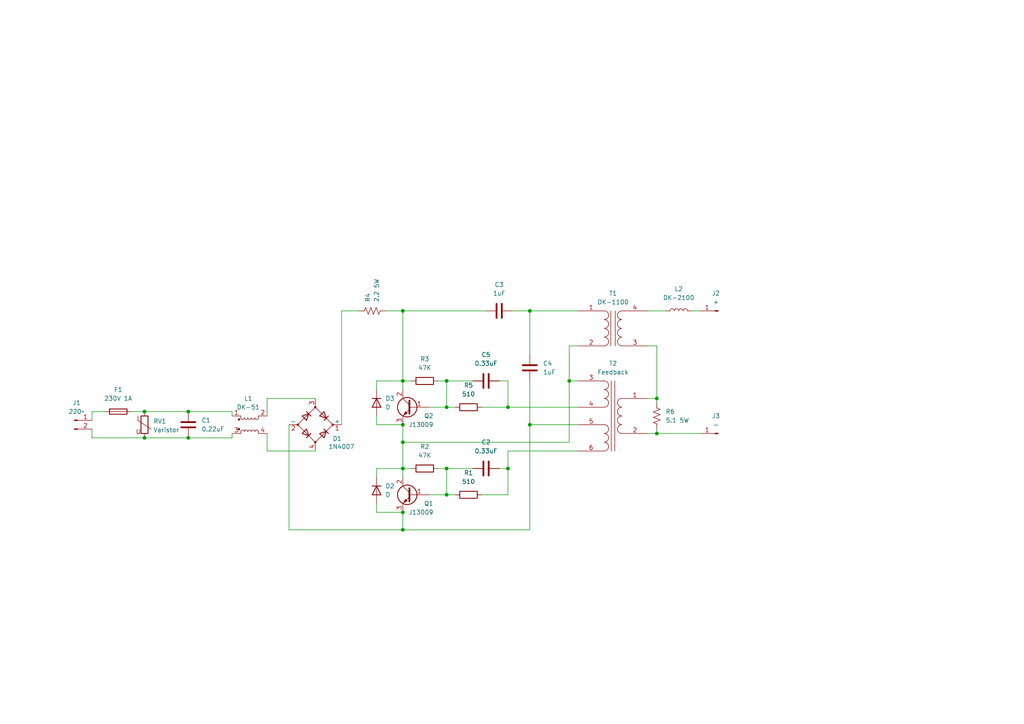
<source format=kicad_sch>
(kicad_sch (version 20211123) (generator eeschema)
  (paper "A4")
  (lib_symbols
    (symbol "Connector:Conn_01x01_Male" (pin_names (offset 1.016) hide)
      (property "Reference" "J" (at 0 2.54 0))
      (property "Value" "Conn_01x01_Male" (at 0 -2.54 0))
      (symbol "Conn_01x01_Male_1_1"
        (polyline (pts (xy 1.27 0) (xy 0.8636 0)) (stroke (width 0.1524)))
        (rectangle (start 0.8636 0.127) (end 0 -0.127) (stroke (width 0.1524)) (fill (type outline)))
        (pin passive line (at 5.08 0 180) (length 3.81) (name "Pin_1") (number "1"))
      )
    )
    (symbol "Connector:Conn_01x02_Male" (pin_names (offset 1.016) hide)
      (property "Reference" "J" (at 0 2.54 0))
      (property "Value" "Conn_01x02_Male" (at 0 -5.08 0))
      (symbol "Conn_01x02_Male_1_1"
        (polyline (pts (xy 1.27 -2.54) (xy 0.8636 -2.54)) (stroke (width 0.1524)))
        (polyline (pts (xy 1.27 0) (xy 0.8636 0)) (stroke (width 0.1524)))
        (rectangle (start 0.8636 -2.413) (end 0 -2.667) (stroke (width 0.1524)) (fill (type outline)))
        (rectangle (start 0.8636 0.127) (end 0 -0.127) (stroke (width 0.1524)) (fill (type outline)))
        (pin passive line (at 5.08 0 180) (length 3.81) (name "Pin_1") (number "1"))
        (pin passive line (at 5.08 -2.54 180) (length 3.81) (name "Pin_2") (number "2"))
      )
    )
    (symbol "Device:C" (pin_numbers hide) (pin_names (offset 0.254))
      (property "Reference" "C" (at 0.635 2.54 0))
      (property "Value" "C" (at 0.635 -2.54 0))
      (symbol "C_0_1"
        (polyline (pts (xy -2.032 -0.762) (xy 2.032 -0.762)) (stroke (width 0.508)))
        (polyline (pts (xy -2.032 0.762) (xy 2.032 0.762)) (stroke (width 0.508)))
      )
      (symbol "C_1_1"
        (pin passive line (at 0 3.81 270) (length 2.794) (name "~") (number "1"))
        (pin passive line (at 0 -3.81 90) (length 2.794) (name "~") (number "2"))
      )
    )
    (symbol "Device:D" (pin_numbers hide) (pin_names (offset 1.016) hide)
      (property "Reference" "D" (at 0 2.54 0))
      (property "Value" "D" (at 0 -2.54 0))
      (symbol "D_0_1"
        (polyline (pts (xy -1.27 1.27) (xy -1.27 -1.27)) (stroke (width 0.254)))
        (polyline (pts (xy 1.27 0) (xy -1.27 0)))
        (polyline (pts (xy 1.27 1.27) (xy 1.27 -1.27) (xy -1.27 0) (xy 1.27 1.27)) (stroke (width 0.254)))
      )
      (symbol "D_1_1"
        (pin passive line (at -3.81 0 0) (length 2.54) (name "K") (number "1"))
        (pin passive line (at 3.81 0 180) (length 2.54) (name "A") (number "2"))
      )
    )
    (symbol "Device:D_Bridge_+-AA" (pin_names (offset 0))
      (property "Reference" "D" (at 2.54 6.985 0))
      (property "Value" "D_Bridge_+-AA" (at 2.54 5.08 0))
      (symbol "D_Bridge_+-AA_0_1"
        (circle (center -5.08 0) (radius 0.254) (fill (type outline)))
        (circle (center 0 -5.08) (radius 0.254) (fill (type outline)))
        (polyline (pts (xy -2.54 3.81) (xy -1.27 2.54)) (stroke (width 0.254)))
        (polyline (pts (xy -1.27 -2.54) (xy -2.54 -3.81)) (stroke (width 0.254)))
        (polyline (pts (xy 2.54 -1.27) (xy 3.81 -2.54)) (stroke (width 0.254)))
        (polyline (pts (xy 2.54 1.27) (xy 3.81 2.54)) (stroke (width 0.254)))
        (polyline (pts (xy -3.81 2.54) (xy -2.54 1.27) (xy -1.905 3.175) (xy -3.81 2.54)) (stroke (width 0.254)))
        (polyline (pts (xy -2.54 -1.27) (xy -3.81 -2.54) (xy -1.905 -3.175) (xy -2.54 -1.27)) (stroke (width 0.254)))
        (polyline (pts (xy 1.27 2.54) (xy 2.54 3.81) (xy 3.175 1.905) (xy 1.27 2.54)) (stroke (width 0.254)))
        (polyline (pts (xy 3.175 -1.905) (xy 1.27 -2.54) (xy 2.54 -3.81) (xy 3.175 -1.905)) (stroke (width 0.254)))
        (polyline (pts (xy -5.08 0) (xy 0 -5.08) (xy 5.08 0) (xy 0 5.08) (xy -5.08 0)))
        (circle (center 0 5.08) (radius 0.254) (fill (type outline)))
        (circle (center 5.08 0) (radius 0.254) (fill (type outline)))
      )
      (symbol "D_Bridge_+-AA_1_1"
        (pin passive line (at 7.62 0 180) (length 2.54) (name "+") (number "1"))
        (pin passive line (at -7.62 0 0) (length 2.54) (name "-") (number "2"))
        (pin passive line (at 0 7.62 270) (length 2.54) (name "~") (number "3"))
        (pin passive line (at 0 -7.62 90) (length 2.54) (name "~") (number "4"))
      )
    )
    (symbol "Device:Fuse" (pin_numbers hide) (pin_names (offset 0))
      (property "Reference" "F" (at 2.032 0 90))
      (property "Value" "Fuse" (at -1.905 0 90))
      (symbol "Fuse_0_1"
        (rectangle (start -0.762 -2.54) (end 0.762 2.54) (stroke (width 0.254)))
        (polyline (pts (xy 0 2.54) (xy 0 -2.54)))
      )
      (symbol "Fuse_1_1"
        (pin passive line (at 0 3.81 270) (length 1.27) (name "~") (number "1"))
        (pin passive line (at 0 -3.81 90) (length 1.27) (name "~") (number "2"))
      )
    )
    (symbol "Device:L" (pin_numbers hide) (pin_names (offset 1.016) hide)
      (property "Reference" "L" (at -1.27 0 90))
      (property "Value" "L" (at 1.905 0 90))
      (symbol "L_0_1"
        (arc (start 0 -2.54) (mid 0.635 -1.905) (end 0 -1.27))
        (arc (start 0 -1.27) (mid 0.635 -0.635) (end 0 0))
        (arc (start 0 0) (mid 0.635 0.635) (end 0 1.27))
        (arc (start 0 1.27) (mid 0.635 1.905) (end 0 2.54))
      )
      (symbol "L_1_1"
        (pin passive line (at 0 3.81 270) (length 1.27) (name "1") (number "1"))
        (pin passive line (at 0 -3.81 90) (length 1.27) (name "2") (number "2"))
      )
    )
    (symbol "Device:L_Coupled" (pin_names (offset 0.254) hide)
      (property "Reference" "L" (at 0 4.445 0))
      (property "Value" "L_Coupled" (at 0 -4.445 0))
      (symbol "L_Coupled_0_1"
        (circle (center -3.048 -1.27) (radius 0.254) (fill (type outline)))
        (circle (center -3.048 1.524) (radius 0.254) (fill (type outline)))
        (arc (start -2.54 2.032) (mid -2.032 1.524) (end -1.524 2.032))
        (arc (start -1.524 -2.032) (mid -2.032 -1.524) (end -2.54 -2.032))
        (arc (start -1.524 2.032) (mid -1.016 1.524) (end -0.508 2.032))
        (arc (start -0.508 -2.032) (mid -1.016 -1.524) (end -1.524 -2.032))
        (arc (start -0.508 2.032) (mid 0 1.524) (end 0.508 2.032))
        (polyline (pts (xy -2.54 -2.032) (xy -2.54 -2.54)))
        (polyline (pts (xy -2.54 2.032) (xy -2.54 2.54)))
        (polyline (pts (xy 2.54 -2.032) (xy 2.54 -2.54)))
        (polyline (pts (xy 2.54 2.54) (xy 2.54 2.032)))
        (arc (start 0.508 -2.032) (mid 0 -1.524) (end -0.508 -2.032))
        (arc (start 0.508 2.032) (mid 1.016 1.524) (end 1.524 2.032))
        (arc (start 1.524 -2.032) (mid 1.016 -1.524) (end 0.508 -2.032))
        (arc (start 1.524 2.032) (mid 2.032 1.524) (end 2.54 2.032))
        (arc (start 2.54 -2.032) (mid 2.032 -1.524) (end 1.524 -2.032))
      )
      (symbol "L_Coupled_1_1"
        (pin passive line (at -5.08 2.54 0) (length 2.54) (name "1") (number "1"))
        (pin passive line (at 5.08 2.54 180) (length 2.54) (name "2") (number "2"))
        (pin passive line (at -5.08 -2.54 0) (length 2.54) (name "3") (number "3"))
        (pin passive line (at 5.08 -2.54 180) (length 2.54) (name "4") (number "4"))
      )
    )
    (symbol "Device:Q_NPN_BCE" (pin_names (offset 0) hide)
      (property "Reference" "Q" (at 5.08 1.27 0))
      (property "Value" "Q_NPN_BCE" (at 5.08 -1.27 0))
      (symbol "Q_NPN_BCE_0_1"
        (polyline (pts (xy 0.635 0.635) (xy 2.54 2.54)))
        (polyline (pts (xy 0.635 -0.635) (xy 2.54 -2.54) (xy 2.54 -2.54)))
        (polyline (pts (xy 0.635 1.905) (xy 0.635 -1.905) (xy 0.635 -1.905)) (stroke (width 0.508)))
        (polyline (pts (xy 1.27 -1.778) (xy 1.778 -1.27) (xy 2.286 -2.286) (xy 1.27 -1.778) (xy 1.27 -1.778)) (fill (type outline)))
        (circle (center 1.27 0) (radius 2.8194) (stroke (width 0.254)))
      )
      (symbol "Q_NPN_BCE_1_1"
        (pin input line (at -5.08 0 0) (length 5.715) (name "B") (number "1"))
        (pin passive line (at 2.54 5.08 270) (length 2.54) (name "C") (number "2"))
        (pin passive line (at 2.54 -5.08 90) (length 2.54) (name "E") (number "3"))
      )
    )
    (symbol "Device:R" (pin_numbers hide) (pin_names (offset 0))
      (property "Reference" "R" (at 2.032 0 90))
      (property "Value" "R" (at 0 0 90))
      (symbol "R_0_1"
        (rectangle (start -1.016 -2.54) (end 1.016 2.54) (stroke (width 0.254)))
      )
      (symbol "R_1_1"
        (pin passive line (at 0 3.81 270) (length 1.27) (name "~") (number "1"))
        (pin passive line (at 0 -3.81 90) (length 1.27) (name "~") (number "2"))
      )
    )
    (symbol "Device:R_US" (pin_numbers hide) (pin_names (offset 0))
      (property "Reference" "R" (at 2.54 0 90))
      (property "Value" "R_US" (at -2.54 0 90))
      (symbol "R_US_0_1"
        (polyline (pts (xy 0 -2.286) (xy 0 -2.54)))
        (polyline (pts (xy 0 2.286) (xy 0 2.54)))
        (polyline (pts (xy 0 -0.762) (xy 1.016 -1.143) (xy 0 -1.524) (xy -1.016 -1.905) (xy 0 -2.286)))
        (polyline (pts (xy 0 0.762) (xy 1.016 0.381) (xy 0 0) (xy -1.016 -0.381) (xy 0 -0.762)))
        (polyline (pts (xy 0 2.286) (xy 1.016 1.905) (xy 0 1.524) (xy -1.016 1.143) (xy 0 0.762)))
      )
      (symbol "R_US_1_1"
        (pin passive line (at 0 3.81 270) (length 1.27) (name "~") (number "1"))
        (pin passive line (at 0 -3.81 90) (length 1.27) (name "~") (number "2"))
      )
    )
    (symbol "Device:Transformer_1P_1S" (pin_names (offset 1.016) hide)
      (property "Reference" "T" (at 0 6.35 0))
      (property "Value" "Transformer_1P_1S" (at 0 -7.62 0))
      (symbol "Transformer_1P_1S_0_1"
        (arc (start -2.54 -5.0546) (mid -1.6561 -4.6863) (end -1.27 -3.81))
        (arc (start -2.54 -2.5146) (mid -1.6561 -2.1463) (end -1.27 -1.27))
        (arc (start -2.54 0.0254) (mid -1.6561 0.3937) (end -1.27 1.27))
        (arc (start -2.54 2.5654) (mid -1.6561 2.9337) (end -1.27 3.81))
        (arc (start -1.27 -3.81) (mid -1.642 -2.912) (end -2.54 -2.54))
        (arc (start -1.27 -1.27) (mid -1.642 -0.372) (end -2.54 0))
        (arc (start -1.27 1.27) (mid -1.642 2.168) (end -2.54 2.54))
        (arc (start -1.27 3.81) (mid -1.642 4.708) (end -2.54 5.08))
        (polyline (pts (xy -0.635 5.08) (xy -0.635 -5.08)))
        (polyline (pts (xy 0.635 -5.08) (xy 0.635 5.08)))
        (arc (start 1.2954 -1.27) (mid 1.6599 -2.1501) (end 2.54 -2.5146))
        (arc (start 1.2954 1.27) (mid 1.6599 0.3899) (end 2.54 0.0254))
        (arc (start 1.2954 3.81) (mid 1.6599 2.9299) (end 2.54 2.5654))
        (arc (start 1.3208 -3.81) (mid 1.6853 -4.6901) (end 2.5654 -5.0546))
        (arc (start 2.54 0) (mid 1.6456 -0.3683) (end 1.2954 -1.27))
        (arc (start 2.54 2.54) (mid 1.6456 2.1717) (end 1.2954 1.27))
        (arc (start 2.54 5.08) (mid 1.6456 4.7117) (end 1.2954 3.81))
        (arc (start 2.5654 -2.54) (mid 1.671 -2.9083) (end 1.3208 -3.81))
      )
      (symbol "Transformer_1P_1S_1_1"
        (pin passive line (at -10.16 5.08 0) (length 7.62) (name "AA") (number "1"))
        (pin passive line (at -10.16 -5.08 0) (length 7.62) (name "AB") (number "2"))
        (pin passive line (at 10.16 -5.08 180) (length 7.62) (name "SA") (number "3"))
        (pin passive line (at 10.16 5.08 180) (length 7.62) (name "SB") (number "4"))
      )
    )
    (symbol "Device:Transformer_1P_2S" (pin_names (offset 1.016) hide)
      (property "Reference" "T" (at 0 12.7 0))
      (property "Value" "Transformer_1P_2S" (at 0 -12.7 0))
      (symbol "Transformer_1P_2S_0_1"
        (arc (start -2.54 -5.0546) (mid -1.6561 -4.6863) (end -1.27 -3.81))
        (arc (start -2.54 -2.5146) (mid -1.6561 -2.1463) (end -1.27 -1.27))
        (arc (start -2.54 0.0254) (mid -1.6561 0.3937) (end -1.27 1.27))
        (arc (start -2.54 2.5654) (mid -1.6561 2.9337) (end -1.27 3.81))
        (arc (start -1.27 -3.81) (mid -1.642 -2.912) (end -2.54 -2.54))
        (arc (start -1.27 -1.27) (mid -1.642 -0.372) (end -2.54 0))
        (arc (start -1.27 1.27) (mid -1.642 2.168) (end -2.54 2.54))
        (arc (start -1.27 3.81) (mid -1.642 4.708) (end -2.54 5.08))
        (polyline (pts (xy -0.508 -10.16) (xy -0.508 10.16)))
        (polyline (pts (xy 0.508 10.16) (xy 0.508 -10.16)))
        (arc (start 1.2954 -8.89) (mid 1.6599 -9.7701) (end 2.54 -10.1346))
        (arc (start 1.2954 -6.35) (mid 1.6599 -7.2301) (end 2.54 -7.5946))
        (arc (start 1.2954 -3.81) (mid 1.6599 -4.6901) (end 2.54 -5.0546))
        (arc (start 1.2954 3.81) (mid 1.6599 2.9299) (end 2.54 2.5654))
        (arc (start 1.2954 6.35) (mid 1.6599 5.4699) (end 2.54 5.1054))
        (arc (start 1.2954 8.89) (mid 1.6599 8.0099) (end 2.54 7.6454))
        (arc (start 2.54 -7.62) (mid 1.6456 -7.9883) (end 1.2954 -8.89))
        (arc (start 2.54 -5.08) (mid 1.6456 -5.4483) (end 1.2954 -6.35))
        (arc (start 2.54 -2.54) (mid 1.6456 -2.9083) (end 1.2954 -3.81))
        (arc (start 2.54 5.08) (mid 1.6456 4.7117) (end 1.2954 3.81))
        (arc (start 2.54 7.62) (mid 1.6456 7.2517) (end 1.2954 6.35))
        (arc (start 2.54 10.16) (mid 1.6456 9.7917) (end 1.2954 8.89))
      )
      (symbol "Transformer_1P_2S_1_1"
        (pin passive line (at -10.16 5.08 0) (length 7.62) (name "AA") (number "1"))
        (pin passive line (at -10.16 -5.08 0) (length 7.62) (name "AB") (number "2"))
        (pin passive line (at 10.16 10.16 180) (length 7.62) (name "SA") (number "3"))
        (pin passive line (at 10.16 2.54 180) (length 7.62) (name "SB") (number "4"))
        (pin passive line (at 10.16 -2.54 180) (length 7.62) (name "SC") (number "5"))
        (pin passive line (at 10.16 -10.16 180) (length 7.62) (name "SD") (number "6"))
      )
    )
    (symbol "Device:Varistor" (pin_numbers hide) (pin_names (offset 0))
      (property "Reference" "RV" (at 3.175 0 90))
      (property "Value" "Varistor" (at -3.175 0 90))
      (symbol "Varistor_0_0"
        (text "U" (at -1.778 -2.032 0) (effects (font (size 1.27 1.27))))
      )
      (symbol "Varistor_0_1"
        (rectangle (start -1.016 -2.54) (end 1.016 2.54) (stroke (width 0.254)))
        (polyline (pts (xy -1.905 2.54) (xy -1.905 1.27) (xy 1.905 -1.27)))
      )
      (symbol "Varistor_1_1"
        (pin passive line (at 0 3.81 270) (length 1.27) (name "~") (number "1"))
        (pin passive line (at 0 -3.81 90) (length 1.27) (name "~") (number "2"))
      )
    )
  )
  (junction (at 190.5 125.73))
  (junction (at 116.84 90.17))
  (junction (at 116.84 110.49))
  (junction (at 147.32 118.11))
  (junction (at 129.54 143.51))
  (junction (at 165.1 110.49))
  (junction (at 129.54 118.11))
  (junction (at 116.84 153.67))
  (junction (at 116.84 148.59))
  (junction (at 116.84 128.27))
  (junction (at 190.5 115.57))
  (junction (at 129.54 110.49))
  (junction (at 41.91 119.38))
  (junction (at 147.32 135.89))
  (junction (at 116.84 123.19))
  (junction (at 54.61 119.38))
  (junction (at 153.67 123.19))
  (junction (at 116.84 135.89))
  (junction (at 153.67 90.17))
  (junction (at 129.54 135.89))
  (junction (at 41.91 127))
  (junction (at 54.61 127))
  (wire (pts (xy 165.1 110.49) (xy 167.64 110.49)))
  (wire (pts (xy 144.78 110.49) (xy 147.32 110.49)))
  (wire (pts (xy 190.5 115.57) (xy 190.5 116.84)))
  (wire (pts (xy 129.54 135.89) (xy 129.54 143.51)))
  (wire (pts (xy 119.38 110.49) (xy 116.84 110.49)))
  (wire (pts (xy 132.08 143.51) (xy 129.54 143.51)))
  (wire (pts (xy 109.22 148.59) (xy 116.84 148.59)))
  (wire (pts (xy 153.67 123.19) (xy 153.67 153.67)))
  (wire (pts (xy 77.47 130.81) (xy 77.47 125.73)))
  (wire (pts (xy 165.1 100.33) (xy 165.1 110.49)))
  (wire (pts (xy 147.32 130.81) (xy 147.32 135.89)))
  (wire (pts (xy 147.32 118.11) (xy 167.64 118.11)))
  (wire (pts (xy 147.32 130.81) (xy 167.64 130.81)))
  (wire (pts (xy 129.54 118.11) (xy 132.08 118.11)))
  (wire (pts (xy 109.22 146.05) (xy 109.22 148.59)))
  (wire (pts (xy 165.1 110.49) (xy 165.1 128.27)))
  (wire (pts (xy 99.06 90.17) (xy 104.14 90.17)))
  (wire (pts (xy 167.64 100.33) (xy 165.1 100.33)))
  (wire (pts (xy 83.82 123.19) (xy 83.82 153.67)))
  (wire (pts (xy 109.22 138.43) (xy 109.22 135.89)))
  (wire (pts (xy 109.22 113.03) (xy 109.22 110.49)))
  (wire (pts (xy 54.61 127) (xy 67.31 127)))
  (wire (pts (xy 54.61 119.38) (xy 67.31 119.38)))
  (wire (pts (xy 148.59 90.17) (xy 153.67 90.17)))
  (wire (pts (xy 153.67 90.17) (xy 153.67 102.87)))
  (wire (pts (xy 116.84 135.89) (xy 116.84 138.43)))
  (wire (pts (xy 109.22 110.49) (xy 116.84 110.49)))
  (wire (pts (xy 153.67 123.19) (xy 167.64 123.19)))
  (wire (pts (xy 187.96 100.33) (xy 190.5 100.33)))
  (wire (pts (xy 26.67 124.46) (xy 26.67 127)))
  (wire (pts (xy 99.06 90.17) (xy 99.06 123.19)))
  (wire (pts (xy 203.2 90.17) (xy 200.66 90.17)))
  (wire (pts (xy 26.67 119.38) (xy 26.67 121.92)))
  (wire (pts (xy 116.84 90.17) (xy 111.76 90.17)))
  (wire (pts (xy 109.22 123.19) (xy 116.84 123.19)))
  (wire (pts (xy 124.46 118.11) (xy 129.54 118.11)))
  (wire (pts (xy 67.31 127) (xy 67.31 125.73)))
  (wire (pts (xy 165.1 128.27) (xy 116.84 128.27)))
  (wire (pts (xy 109.22 135.89) (xy 116.84 135.89)))
  (wire (pts (xy 147.32 110.49) (xy 147.32 118.11)))
  (wire (pts (xy 129.54 110.49) (xy 129.54 118.11)))
  (wire (pts (xy 77.47 115.57) (xy 91.44 115.57)))
  (wire (pts (xy 109.22 120.65) (xy 109.22 123.19)))
  (wire (pts (xy 116.84 128.27) (xy 116.84 135.89)))
  (wire (pts (xy 137.16 110.49) (xy 129.54 110.49)))
  (wire (pts (xy 77.47 120.65) (xy 77.47 115.57)))
  (wire (pts (xy 119.38 135.89) (xy 116.84 135.89)))
  (wire (pts (xy 26.67 127) (xy 41.91 127)))
  (wire (pts (xy 139.7 118.11) (xy 147.32 118.11)))
  (wire (pts (xy 147.32 135.89) (xy 147.32 143.51)))
  (wire (pts (xy 190.5 124.46) (xy 190.5 125.73)))
  (wire (pts (xy 83.82 153.67) (xy 116.84 153.67)))
  (wire (pts (xy 153.67 110.49) (xy 153.67 123.19)))
  (wire (pts (xy 116.84 123.19) (xy 116.84 128.27)))
  (wire (pts (xy 187.96 125.73) (xy 190.5 125.73)))
  (wire (pts (xy 124.46 143.51) (xy 129.54 143.51)))
  (wire (pts (xy 30.48 119.38) (xy 26.67 119.38)))
  (wire (pts (xy 41.91 119.38) (xy 54.61 119.38)))
  (wire (pts (xy 137.16 135.89) (xy 129.54 135.89)))
  (wire (pts (xy 38.1 119.38) (xy 41.91 119.38)))
  (wire (pts (xy 167.64 90.17) (xy 153.67 90.17)))
  (wire (pts (xy 67.31 119.38) (xy 67.31 120.65)))
  (wire (pts (xy 127 135.89) (xy 129.54 135.89)))
  (wire (pts (xy 147.32 143.51) (xy 139.7 143.51)))
  (wire (pts (xy 187.96 90.17) (xy 193.04 90.17)))
  (wire (pts (xy 116.84 148.59) (xy 116.84 153.67)))
  (wire (pts (xy 140.97 90.17) (xy 116.84 90.17)))
  (wire (pts (xy 91.44 130.81) (xy 77.47 130.81)))
  (wire (pts (xy 153.67 153.67) (xy 116.84 153.67)))
  (wire (pts (xy 190.5 115.57) (xy 187.96 115.57)))
  (wire (pts (xy 127 110.49) (xy 129.54 110.49)))
  (wire (pts (xy 116.84 90.17) (xy 116.84 110.49)))
  (wire (pts (xy 116.84 110.49) (xy 116.84 113.03)))
  (wire (pts (xy 41.91 127) (xy 54.61 127)))
  (wire (pts (xy 190.5 100.33) (xy 190.5 115.57)))
  (wire (pts (xy 144.78 135.89) (xy 147.32 135.89)))
  (wire (pts (xy 190.5 125.73) (xy 203.2 125.73)))
  (symbol (lib_id "Device:R") (at 135.89 143.51 90) (unit 1)
    (property "Reference" "R1" (at 135.89 137.16 90))
    (property "Value" "510" (at 135.89 139.7 90))
  )
  (symbol (lib_id "Device:Q_NPN_BCE") (at 119.38 143.51 0) (mirror y) (unit 1)
    (property "Reference" "Q1" (at 125.73 146.05 0) (effects (justify left)))
    (property "Value" "J13009" (at 125.73 148.59 0) (effects (justify left)))
  )
  (symbol (lib_id "Device:C") (at 140.97 135.89 90) (unit 1)
    (property "Reference" "C2" (at 140.97 128.27 90))
    (property "Value" "0.33uF" (at 140.97 130.81 90))
  )
  (symbol (lib_id "Device:L_Coupled") (at 72.39 123.19 0) (unit 1)
    (property "Reference" "L1" (at 72.009 115.57 0))
    (property "Value" "DK-51" (at 72.009 118.11 0))
  )
  (symbol (lib_id "Device:D") (at 109.22 116.84 270) (unit 1)
    (property "Reference" "D3" (at 111.76 115.5699 90) (effects (justify left)))
    (property "Value" "D" (at 111.76 118.1099 90) (effects (justify left)))
  )
  (symbol (lib_id "Device:R") (at 123.19 110.49 90) (unit 1)
    (property "Reference" "R3" (at 123.19 104.14 90))
    (property "Value" "47K" (at 123.19 106.68 90))
  )
  (symbol (lib_id "Device:C") (at 144.78 90.17 270) (unit 1)
    (property "Reference" "C3" (at 144.78 82.55 90))
    (property "Value" "1uF" (at 144.78 85.09 90))
  )
  (symbol (lib_id "Device:C") (at 153.67 106.68 0) (unit 1)
    (property "Reference" "C4" (at 157.48 105.4099 0) (effects (justify left)))
    (property "Value" "1uF" (at 157.48 107.9499 0) (effects (justify left)))
  )
  (symbol (lib_id "Device:D_Bridge_+-AA") (at 91.44 123.19 0) (unit 1)
    (property "Reference" "D1" (at 97.79 127.2286 0))
    (property "Value" "1N4007" (at 99.06 129.54 0))
  )
  (symbol (lib_id "Device:Transformer_1P_2S") (at 177.8 120.65 0) (mirror y) (unit 1)
    (property "Reference" "T2" (at 177.8 105.41 0))
    (property "Value" "Feedback" (at 177.8 107.95 0))
  )
  (symbol (lib_id "Device:C") (at 54.61 123.19 0) (unit 1)
    (property "Reference" "C1" (at 58.42 121.9199 0) (effects (justify left)))
    (property "Value" "0.22uF" (at 58.42 124.4599 0) (effects (justify left)))
  )
  (symbol (lib_id "Device:Q_NPN_BCE") (at 119.38 118.11 0) (mirror y) (unit 1)
    (property "Reference" "Q2" (at 125.73 120.65 0) (effects (justify left)))
    (property "Value" "J13009" (at 125.73 123.19 0) (effects (justify left)))
  )
  (symbol (lib_id "Device:L") (at 196.85 90.17 90) (unit 1)
    (property "Reference" "L2" (at 196.85 83.82 90))
    (property "Value" "DK-2100" (at 196.85 86.36 90))
  )
  (symbol (lib_id "Device:R") (at 123.19 135.89 270) (unit 1)
    (property "Reference" "R2" (at 123.19 129.54 90))
    (property "Value" "47K" (at 123.19 132.08 90))
  )
  (symbol (lib_id "Device:Fuse") (at 34.29 119.38 90) (unit 1)
    (property "Reference" "F1" (at 34.29 113.03 90))
    (property "Value" "230V 1A" (at 34.29 115.57 90))
  )
  (symbol (lib_id "Device:R_US") (at 107.95 90.17 90) (unit 1)
    (property "Reference" "R4" (at 106.6799 87.63 0) (effects (justify left)))
    (property "Value" "2.2 5W" (at 109.2199 87.63 0) (effects (justify left)))
  )
  (symbol (lib_id "Device:C") (at 140.97 110.49 90) (unit 1)
    (property "Reference" "C5" (at 140.97 102.87 90))
    (property "Value" "0.33uF" (at 140.97 105.41 90))
  )
  (symbol (lib_id "Device:D") (at 109.22 142.24 270) (unit 1)
    (property "Reference" "D2" (at 111.76 140.9699 90) (effects (justify left)))
    (property "Value" "D" (at 111.76 143.5099 90) (effects (justify left)))
  )
  (symbol (lib_id "Device:Varistor") (at 41.91 123.19 0) (unit 1)
    (property "Reference" "RV1" (at 44.45 122.1731 0) (effects (justify left)))
    (property "Value" "Varistor" (at 44.45 124.7131 0) (effects (justify left)))
  )
  (symbol (lib_id "Device:R") (at 135.89 118.11 90) (unit 1)
    (property "Reference" "R5" (at 135.89 111.76 90))
    (property "Value" "510" (at 135.89 114.3 90))
  )
  (symbol (lib_id "Connector:Conn_01x02_Male") (at 21.59 121.92 0) (unit 1)
    (property "Reference" "J1" (at 22.225 116.84 0))
    (property "Value" "220~" (at 22.225 119.38 0))
  )
  (symbol (lib_id "Device:R_US") (at 190.5 120.65 0) (unit 1)
    (property "Reference" "R6" (at 193.04 119.3799 0) (effects (justify left)))
    (property "Value" "5.1 5W" (at 193.04 121.9199 0) (effects (justify left)))
  )
  (symbol (lib_id "Connector:Conn_01x01_Male") (at 208.28 90.17 0) (mirror y) (unit 1)
    (property "Reference" "J2" (at 207.645 85.09 0))
    (property "Value" "+" (at 207.645 87.63 0))
  )
  (symbol (lib_id "Device:Transformer_1P_1S") (at 177.8 95.25 0) (unit 1)
    (property "Reference" "T1" (at 177.8127 85.09 0))
    (property "Value" "DK-1100" (at 177.8127 87.63 0))
  )
  (symbol (lib_id "Connector:Conn_01x01_Male") (at 208.28 125.73 0) (mirror y) (unit 1)
    (property "Reference" "J3" (at 207.645 120.65 0))
    (property "Value" "-" (at 207.645 123.19 0))
  )
)
</source>
